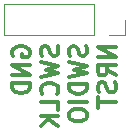
<source format=gbo>
G04 #@! TF.GenerationSoftware,KiCad,Pcbnew,7.0.5-7.0.5~ubuntu22.04.1*
G04 #@! TF.CreationDate,2023-06-24T11:50:08+02:00*
G04 #@! TF.ProjectId,Signal Generator,5369676e-616c-4204-9765-6e657261746f,2*
G04 #@! TF.SameCoordinates,Original*
G04 #@! TF.FileFunction,Legend,Bot*
G04 #@! TF.FilePolarity,Positive*
%FSLAX46Y46*%
G04 Gerber Fmt 4.6, Leading zero omitted, Abs format (unit mm)*
G04 Created by KiCad (PCBNEW 7.0.5-7.0.5~ubuntu22.04.1) date 2023-06-24 11:50:08*
%MOMM*%
%LPD*%
G01*
G04 APERTURE LIST*
%ADD10C,0.300000*%
%ADD11C,0.120000*%
%ADD12C,0.650000*%
%ADD13O,1.000000X2.100000*%
%ADD14O,1.000000X1.800000*%
%ADD15C,0.001000*%
%ADD16R,1.700000X1.700000*%
%ADD17O,1.700000X1.700000*%
%ADD18C,2.000000*%
%ADD19R,2.200000X2.200000*%
%ADD20C,2.200000*%
%ADD21C,1.524000*%
%ADD22R,3.330000X0.700000*%
%ADD23R,1.830000X1.140000*%
%ADD24R,2.800000X0.860000*%
%ADD25R,0.930000X0.900000*%
%ADD26R,0.780000X1.050000*%
%ADD27R,1.100000X0.700000*%
G04 APERTURE END LIST*
D10*
X115877257Y-110590225D02*
X115805828Y-110447368D01*
X115805828Y-110447368D02*
X115805828Y-110233082D01*
X115805828Y-110233082D02*
X115877257Y-110018796D01*
X115877257Y-110018796D02*
X116020114Y-109875939D01*
X116020114Y-109875939D02*
X116162971Y-109804510D01*
X116162971Y-109804510D02*
X116448685Y-109733082D01*
X116448685Y-109733082D02*
X116662971Y-109733082D01*
X116662971Y-109733082D02*
X116948685Y-109804510D01*
X116948685Y-109804510D02*
X117091542Y-109875939D01*
X117091542Y-109875939D02*
X117234400Y-110018796D01*
X117234400Y-110018796D02*
X117305828Y-110233082D01*
X117305828Y-110233082D02*
X117305828Y-110375939D01*
X117305828Y-110375939D02*
X117234400Y-110590225D01*
X117234400Y-110590225D02*
X117162971Y-110661653D01*
X117162971Y-110661653D02*
X116662971Y-110661653D01*
X116662971Y-110661653D02*
X116662971Y-110375939D01*
X117305828Y-111304510D02*
X115805828Y-111304510D01*
X115805828Y-111304510D02*
X117305828Y-112161653D01*
X117305828Y-112161653D02*
X115805828Y-112161653D01*
X117305828Y-112875939D02*
X115805828Y-112875939D01*
X115805828Y-112875939D02*
X115805828Y-113233082D01*
X115805828Y-113233082D02*
X115877257Y-113447368D01*
X115877257Y-113447368D02*
X116020114Y-113590225D01*
X116020114Y-113590225D02*
X116162971Y-113661654D01*
X116162971Y-113661654D02*
X116448685Y-113733082D01*
X116448685Y-113733082D02*
X116662971Y-113733082D01*
X116662971Y-113733082D02*
X116948685Y-113661654D01*
X116948685Y-113661654D02*
X117091542Y-113590225D01*
X117091542Y-113590225D02*
X117234400Y-113447368D01*
X117234400Y-113447368D02*
X117305828Y-113233082D01*
X117305828Y-113233082D02*
X117305828Y-112875939D01*
X119649400Y-109733082D02*
X119720828Y-109947368D01*
X119720828Y-109947368D02*
X119720828Y-110304510D01*
X119720828Y-110304510D02*
X119649400Y-110447368D01*
X119649400Y-110447368D02*
X119577971Y-110518796D01*
X119577971Y-110518796D02*
X119435114Y-110590225D01*
X119435114Y-110590225D02*
X119292257Y-110590225D01*
X119292257Y-110590225D02*
X119149400Y-110518796D01*
X119149400Y-110518796D02*
X119077971Y-110447368D01*
X119077971Y-110447368D02*
X119006542Y-110304510D01*
X119006542Y-110304510D02*
X118935114Y-110018796D01*
X118935114Y-110018796D02*
X118863685Y-109875939D01*
X118863685Y-109875939D02*
X118792257Y-109804510D01*
X118792257Y-109804510D02*
X118649400Y-109733082D01*
X118649400Y-109733082D02*
X118506542Y-109733082D01*
X118506542Y-109733082D02*
X118363685Y-109804510D01*
X118363685Y-109804510D02*
X118292257Y-109875939D01*
X118292257Y-109875939D02*
X118220828Y-110018796D01*
X118220828Y-110018796D02*
X118220828Y-110375939D01*
X118220828Y-110375939D02*
X118292257Y-110590225D01*
X118220828Y-111090224D02*
X119720828Y-111447367D01*
X119720828Y-111447367D02*
X118649400Y-111733081D01*
X118649400Y-111733081D02*
X119720828Y-112018796D01*
X119720828Y-112018796D02*
X118220828Y-112375939D01*
X119577971Y-113804510D02*
X119649400Y-113733082D01*
X119649400Y-113733082D02*
X119720828Y-113518796D01*
X119720828Y-113518796D02*
X119720828Y-113375939D01*
X119720828Y-113375939D02*
X119649400Y-113161653D01*
X119649400Y-113161653D02*
X119506542Y-113018796D01*
X119506542Y-113018796D02*
X119363685Y-112947367D01*
X119363685Y-112947367D02*
X119077971Y-112875939D01*
X119077971Y-112875939D02*
X118863685Y-112875939D01*
X118863685Y-112875939D02*
X118577971Y-112947367D01*
X118577971Y-112947367D02*
X118435114Y-113018796D01*
X118435114Y-113018796D02*
X118292257Y-113161653D01*
X118292257Y-113161653D02*
X118220828Y-113375939D01*
X118220828Y-113375939D02*
X118220828Y-113518796D01*
X118220828Y-113518796D02*
X118292257Y-113733082D01*
X118292257Y-113733082D02*
X118363685Y-113804510D01*
X119720828Y-115161653D02*
X119720828Y-114447367D01*
X119720828Y-114447367D02*
X118220828Y-114447367D01*
X119720828Y-115661653D02*
X118220828Y-115661653D01*
X119720828Y-116518796D02*
X118863685Y-115875939D01*
X118220828Y-116518796D02*
X119077971Y-115661653D01*
X122064400Y-109733082D02*
X122135828Y-109947368D01*
X122135828Y-109947368D02*
X122135828Y-110304510D01*
X122135828Y-110304510D02*
X122064400Y-110447368D01*
X122064400Y-110447368D02*
X121992971Y-110518796D01*
X121992971Y-110518796D02*
X121850114Y-110590225D01*
X121850114Y-110590225D02*
X121707257Y-110590225D01*
X121707257Y-110590225D02*
X121564400Y-110518796D01*
X121564400Y-110518796D02*
X121492971Y-110447368D01*
X121492971Y-110447368D02*
X121421542Y-110304510D01*
X121421542Y-110304510D02*
X121350114Y-110018796D01*
X121350114Y-110018796D02*
X121278685Y-109875939D01*
X121278685Y-109875939D02*
X121207257Y-109804510D01*
X121207257Y-109804510D02*
X121064400Y-109733082D01*
X121064400Y-109733082D02*
X120921542Y-109733082D01*
X120921542Y-109733082D02*
X120778685Y-109804510D01*
X120778685Y-109804510D02*
X120707257Y-109875939D01*
X120707257Y-109875939D02*
X120635828Y-110018796D01*
X120635828Y-110018796D02*
X120635828Y-110375939D01*
X120635828Y-110375939D02*
X120707257Y-110590225D01*
X120635828Y-111090224D02*
X122135828Y-111447367D01*
X122135828Y-111447367D02*
X121064400Y-111733081D01*
X121064400Y-111733081D02*
X122135828Y-112018796D01*
X122135828Y-112018796D02*
X120635828Y-112375939D01*
X122135828Y-112947367D02*
X120635828Y-112947367D01*
X120635828Y-112947367D02*
X120635828Y-113304510D01*
X120635828Y-113304510D02*
X120707257Y-113518796D01*
X120707257Y-113518796D02*
X120850114Y-113661653D01*
X120850114Y-113661653D02*
X120992971Y-113733082D01*
X120992971Y-113733082D02*
X121278685Y-113804510D01*
X121278685Y-113804510D02*
X121492971Y-113804510D01*
X121492971Y-113804510D02*
X121778685Y-113733082D01*
X121778685Y-113733082D02*
X121921542Y-113661653D01*
X121921542Y-113661653D02*
X122064400Y-113518796D01*
X122064400Y-113518796D02*
X122135828Y-113304510D01*
X122135828Y-113304510D02*
X122135828Y-112947367D01*
X122135828Y-114447367D02*
X120635828Y-114447367D01*
X120635828Y-115447368D02*
X120635828Y-115733082D01*
X120635828Y-115733082D02*
X120707257Y-115875939D01*
X120707257Y-115875939D02*
X120850114Y-116018796D01*
X120850114Y-116018796D02*
X121135828Y-116090225D01*
X121135828Y-116090225D02*
X121635828Y-116090225D01*
X121635828Y-116090225D02*
X121921542Y-116018796D01*
X121921542Y-116018796D02*
X122064400Y-115875939D01*
X122064400Y-115875939D02*
X122135828Y-115733082D01*
X122135828Y-115733082D02*
X122135828Y-115447368D01*
X122135828Y-115447368D02*
X122064400Y-115304511D01*
X122064400Y-115304511D02*
X121921542Y-115161653D01*
X121921542Y-115161653D02*
X121635828Y-115090225D01*
X121635828Y-115090225D02*
X121135828Y-115090225D01*
X121135828Y-115090225D02*
X120850114Y-115161653D01*
X120850114Y-115161653D02*
X120707257Y-115304511D01*
X120707257Y-115304511D02*
X120635828Y-115447368D01*
X124550828Y-109804510D02*
X123050828Y-109804510D01*
X123050828Y-109804510D02*
X124550828Y-110661653D01*
X124550828Y-110661653D02*
X123050828Y-110661653D01*
X124550828Y-112233082D02*
X123836542Y-111733082D01*
X124550828Y-111375939D02*
X123050828Y-111375939D01*
X123050828Y-111375939D02*
X123050828Y-111947368D01*
X123050828Y-111947368D02*
X123122257Y-112090225D01*
X123122257Y-112090225D02*
X123193685Y-112161654D01*
X123193685Y-112161654D02*
X123336542Y-112233082D01*
X123336542Y-112233082D02*
X123550828Y-112233082D01*
X123550828Y-112233082D02*
X123693685Y-112161654D01*
X123693685Y-112161654D02*
X123765114Y-112090225D01*
X123765114Y-112090225D02*
X123836542Y-111947368D01*
X123836542Y-111947368D02*
X123836542Y-111375939D01*
X124479400Y-112804511D02*
X124550828Y-113018797D01*
X124550828Y-113018797D02*
X124550828Y-113375939D01*
X124550828Y-113375939D02*
X124479400Y-113518797D01*
X124479400Y-113518797D02*
X124407971Y-113590225D01*
X124407971Y-113590225D02*
X124265114Y-113661654D01*
X124265114Y-113661654D02*
X124122257Y-113661654D01*
X124122257Y-113661654D02*
X123979400Y-113590225D01*
X123979400Y-113590225D02*
X123907971Y-113518797D01*
X123907971Y-113518797D02*
X123836542Y-113375939D01*
X123836542Y-113375939D02*
X123765114Y-113090225D01*
X123765114Y-113090225D02*
X123693685Y-112947368D01*
X123693685Y-112947368D02*
X123622257Y-112875939D01*
X123622257Y-112875939D02*
X123479400Y-112804511D01*
X123479400Y-112804511D02*
X123336542Y-112804511D01*
X123336542Y-112804511D02*
X123193685Y-112875939D01*
X123193685Y-112875939D02*
X123122257Y-112947368D01*
X123122257Y-112947368D02*
X123050828Y-113090225D01*
X123050828Y-113090225D02*
X123050828Y-113447368D01*
X123050828Y-113447368D02*
X123122257Y-113661654D01*
X123050828Y-114090225D02*
X123050828Y-114947368D01*
X124550828Y-114518796D02*
X123050828Y-114518796D01*
D11*
X115090000Y-108830000D02*
X115090000Y-106170000D01*
X122770000Y-108830000D02*
X115090000Y-108830000D01*
X122770000Y-108830000D02*
X122770000Y-106170000D01*
X124040000Y-108830000D02*
X125370000Y-108830000D01*
X125370000Y-108830000D02*
X125370000Y-107500000D01*
X122770000Y-106170000D02*
X115090000Y-106170000D01*
%LPC*%
D12*
X109890000Y-103380000D03*
X104110000Y-103380000D03*
D13*
X111320000Y-103880000D03*
D14*
X111320000Y-99700000D03*
D13*
X102680000Y-103880000D03*
D14*
X102680000Y-99700000D03*
D15*
X118837500Y-152400000D03*
X118837500Y-145400000D03*
D16*
X106840000Y-145960000D03*
D17*
X106840000Y-148500000D03*
X104300000Y-145960000D03*
X104300000Y-148500000D03*
D18*
X116750000Y-100250000D03*
X123250000Y-100250000D03*
X116750000Y-104750000D03*
X123250000Y-104750000D03*
D19*
X92685000Y-153800000D03*
D20*
X95225000Y-153800000D03*
X97765000Y-153800000D03*
X100305000Y-153800000D03*
D21*
X92000000Y-100250000D03*
X97000000Y-100250000D03*
X92000000Y-102250000D03*
X97000000Y-102250000D03*
X92000000Y-104250000D03*
X97000000Y-104250000D03*
D16*
X124040000Y-107500000D03*
D17*
X121500000Y-107500000D03*
X118960000Y-107500000D03*
X116420000Y-107500000D03*
D22*
X102665000Y-120700000D03*
D23*
X91415000Y-120920000D03*
D24*
X91900000Y-133580000D03*
D22*
X102665000Y-133660000D03*
D25*
X103865000Y-123010000D03*
D26*
X103940000Y-127275000D03*
D27*
X91400000Y-124800000D03*
X91400000Y-125900000D03*
X91400000Y-127000000D03*
X91400000Y-128100000D03*
X91400000Y-129200000D03*
X91400000Y-130300000D03*
X91400000Y-131400000D03*
X91400000Y-132500000D03*
%LPD*%
M02*

</source>
